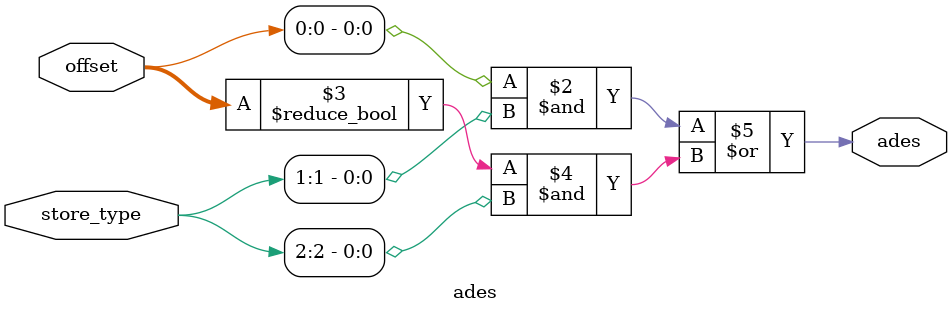
<source format=v>
module adel
(
    input  wire [4:0] load_type,
    input  wire [1:0] offset,
    output wire       adel
);

assign adel = (offset[0]!=0) & (load_type[2] | load_type[3])
            | (offset!=2'b0) & load_type[4];

endmodule

module ades
(
    input  wire [2:0] store_type,
    input  wire [1:0] offset,
    output wire       ades
);

assign ades = (offset[0]!=0) & store_type[1]
            | (offset!=2'b0) & store_type[2];

endmodule

</source>
